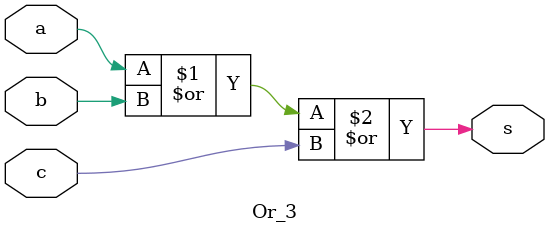
<source format=sv>
module Or_3(
   input a,b,c,
  output s);
  
  assign s = a|b|c;
  
endmodule
</source>
